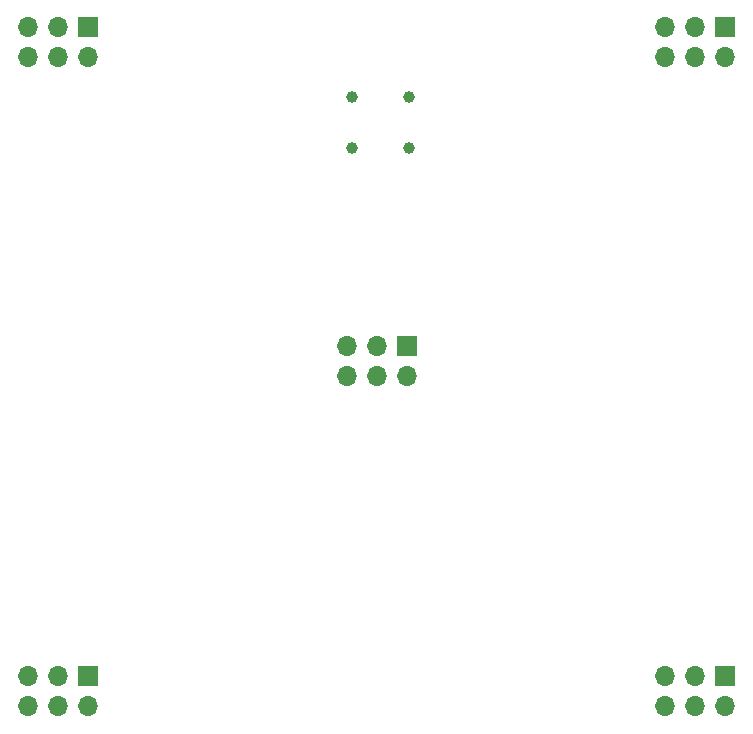
<source format=gbr>
%TF.GenerationSoftware,KiCad,Pcbnew,(5.99.0-9526-g5c17ff0595)*%
%TF.CreationDate,2021-07-10T19:15:02-05:00*%
%TF.ProjectId,DesktopHolder,4465736b-746f-4704-986f-6c6465722e6b,rev?*%
%TF.SameCoordinates,Original*%
%TF.FileFunction,Copper,L1,Top*%
%TF.FilePolarity,Positive*%
%FSLAX46Y46*%
G04 Gerber Fmt 4.6, Leading zero omitted, Abs format (unit mm)*
G04 Created by KiCad (PCBNEW (5.99.0-9526-g5c17ff0595)) date 2021-07-10 19:15:02*
%MOMM*%
%LPD*%
G01*
G04 APERTURE LIST*
%TA.AperFunction,ComponentPad*%
%ADD10R,1.700000X1.700000*%
%TD*%
%TA.AperFunction,ComponentPad*%
%ADD11O,1.700000X1.700000*%
%TD*%
%TA.AperFunction,ComponentPad*%
%ADD12C,1.000000*%
%TD*%
G04 APERTURE END LIST*
D10*
%TO.P,J5,1,Pin_1*%
%TO.N,VCC*%
X126975000Y-120650000D03*
D11*
%TO.P,J5,2,Pin_2*%
%TO.N,VSS*%
X126975000Y-123190000D03*
%TO.P,J5,3,Pin_3*%
%TO.N,unconnected-(J5-Pad3)*%
X124435000Y-120650000D03*
%TO.P,J5,4,Pin_4*%
%TO.N,unconnected-(J5-Pad4)*%
X124435000Y-123190000D03*
%TO.P,J5,5,Pin_5*%
%TO.N,unconnected-(J5-Pad5)*%
X121895000Y-120650000D03*
%TO.P,J5,6,Pin_6*%
%TO.N,unconnected-(J5-Pad6)*%
X121895000Y-123190000D03*
%TD*%
D10*
%TO.P,J2,1,Pin_1*%
%TO.N,VCC*%
X180900000Y-65650000D03*
D11*
%TO.P,J2,2,Pin_2*%
%TO.N,VSS*%
X180900000Y-68190000D03*
%TO.P,J2,3,Pin_3*%
%TO.N,unconnected-(J2-Pad3)*%
X178360000Y-65650000D03*
%TO.P,J2,4,Pin_4*%
%TO.N,unconnected-(J2-Pad4)*%
X178360000Y-68190000D03*
%TO.P,J2,5,Pin_5*%
%TO.N,unconnected-(J2-Pad5)*%
X175820000Y-65650000D03*
%TO.P,J2,6,Pin_6*%
%TO.N,unconnected-(J2-Pad6)*%
X175820000Y-68190000D03*
%TD*%
D10*
%TO.P,J1,1,Pin_1*%
%TO.N,VCC*%
X126975000Y-65650000D03*
D11*
%TO.P,J1,2,Pin_2*%
%TO.N,VSS*%
X126975000Y-68190000D03*
%TO.P,J1,3,Pin_3*%
%TO.N,unconnected-(J1-Pad3)*%
X124435000Y-65650000D03*
%TO.P,J1,4,Pin_4*%
%TO.N,unconnected-(J1-Pad4)*%
X124435000Y-68190000D03*
%TO.P,J1,5,Pin_5*%
%TO.N,unconnected-(J1-Pad5)*%
X121895000Y-65650000D03*
%TO.P,J1,6,Pin_6*%
%TO.N,unconnected-(J1-Pad6)*%
X121895000Y-68190000D03*
%TD*%
D10*
%TO.P,J3,1,Pin_1*%
%TO.N,VCC*%
X153975000Y-92650000D03*
D11*
%TO.P,J3,2,Pin_2*%
%TO.N,VSS*%
X153975000Y-95190000D03*
%TO.P,J3,3,Pin_3*%
%TO.N,unconnected-(J3-Pad3)*%
X151435000Y-92650000D03*
%TO.P,J3,4,Pin_4*%
%TO.N,unconnected-(J3-Pad4)*%
X151435000Y-95190000D03*
%TO.P,J3,5,Pin_5*%
%TO.N,unconnected-(J3-Pad5)*%
X148895000Y-92650000D03*
%TO.P,J3,6,Pin_6*%
%TO.N,unconnected-(J3-Pad6)*%
X148895000Y-95190000D03*
%TD*%
D10*
%TO.P,J4,1,Pin_1*%
%TO.N,VCC*%
X180900000Y-120650000D03*
D11*
%TO.P,J4,2,Pin_2*%
%TO.N,VSS*%
X180900000Y-123190000D03*
%TO.P,J4,3,Pin_3*%
%TO.N,unconnected-(J4-Pad3)*%
X178360000Y-120650000D03*
%TO.P,J4,4,Pin_4*%
%TO.N,unconnected-(J4-Pad4)*%
X178360000Y-123190000D03*
%TO.P,J4,5,Pin_5*%
%TO.N,unconnected-(J4-Pad5)*%
X175820000Y-120650000D03*
%TO.P,J4,6,Pin_6*%
%TO.N,unconnected-(J4-Pad6)*%
X175820000Y-123190000D03*
%TD*%
D12*
%TO.P,P1,S1,SHIELD*%
%TO.N,VSS*%
X154125000Y-71600000D03*
X149325000Y-71600000D03*
X154125000Y-75900000D03*
X149325000Y-75900000D03*
%TD*%
M02*

</source>
